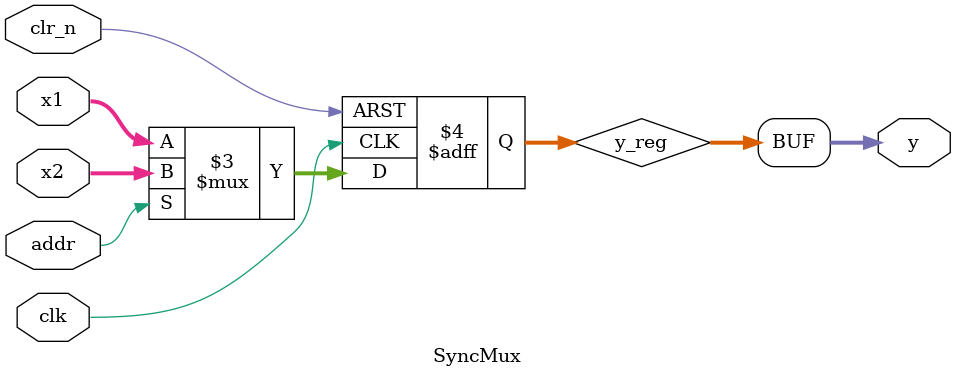
<source format=sv>

`ifndef RANDOMIZE
  `ifdef RANDOMIZE_REG_INIT
    `define RANDOMIZE
  `endif // RANDOMIZE_REG_INIT
`endif // not def RANDOMIZE
`ifndef SYNTHESIS
  `ifndef ENABLE_INITIAL_REG_
    `define ENABLE_INITIAL_REG_
  `endif // not def ENABLE_INITIAL_REG_
`endif // not def SYNTHESIS

// Standard header to adapt well known macros for register randomization.

// RANDOM may be set to an expression that produces a 32-bit random unsigned value.
`ifndef RANDOM
  `define RANDOM $random
`endif // not def RANDOM

// Users can define INIT_RANDOM as general code that gets injected into the
// initializer block for modules with registers.
`ifndef INIT_RANDOM
  `define INIT_RANDOM
`endif // not def INIT_RANDOM

// If using random initialization, you can also define RANDOMIZE_DELAY to
// customize the delay used, otherwise 0.002 is used.
`ifndef RANDOMIZE_DELAY
  `define RANDOMIZE_DELAY 0.002
`endif // not def RANDOMIZE_DELAY

// Define INIT_RANDOM_PROLOG_ for use in our modules below.
`ifndef INIT_RANDOM_PROLOG_
  `ifdef RANDOMIZE
    `ifdef VERILATOR
      `define INIT_RANDOM_PROLOG_ `INIT_RANDOM
    `else  // VERILATOR
      `define INIT_RANDOM_PROLOG_ `INIT_RANDOM #`RANDOMIZE_DELAY begin end
    `endif // VERILATOR
  `else  // RANDOMIZE
    `define INIT_RANDOM_PROLOG_
  `endif // RANDOMIZE
`endif // not def INIT_RANDOM_PROLOG_
module SyncMux(	// src/main/scala/syncMux.scala:4:7
  input         clk,	// src/main/scala/syncMux.scala:5:18
                clr_n,	// src/main/scala/syncMux.scala:6:18
  input  [15:0] x1,	// src/main/scala/syncMux.scala:8:16
                x2,	// src/main/scala/syncMux.scala:9:16
  input         addr,	// src/main/scala/syncMux.scala:10:16
  output [15:0] y	// src/main/scala/syncMux.scala:11:16
);

  wire        _asyncReset_T = ~clr_n;	// src/main/scala/syncMux.scala:13:21
  reg  [15:0] y_reg;	// src/main/scala/syncMux.scala:18:24
  always @(posedge clk or posedge _asyncReset_T) begin	// src/main/scala/syncMux.scala:5:18, :13:21
    if (_asyncReset_T)	// src/main/scala/syncMux.scala:5:18, :13:21
      y_reg <= 16'h0;	// src/main/scala/syncMux.scala:18:24
    else	// src/main/scala/syncMux.scala:5:18
      y_reg <= addr ? x2 : x1;	// src/main/scala/syncMux.scala:17:24, :18:24
  end // always @(posedge, posedge)
  `ifdef ENABLE_INITIAL_REG_	// src/main/scala/syncMux.scala:4:7
    `ifdef FIRRTL_BEFORE_INITIAL	// src/main/scala/syncMux.scala:4:7
      `FIRRTL_BEFORE_INITIAL	// src/main/scala/syncMux.scala:4:7
    `endif // FIRRTL_BEFORE_INITIAL
    initial begin	// src/main/scala/syncMux.scala:4:7
      automatic logic [31:0] _RANDOM[0:0];	// src/main/scala/syncMux.scala:4:7
      `ifdef INIT_RANDOM_PROLOG_	// src/main/scala/syncMux.scala:4:7
        `INIT_RANDOM_PROLOG_	// src/main/scala/syncMux.scala:4:7
      `endif // INIT_RANDOM_PROLOG_
      `ifdef RANDOMIZE_REG_INIT	// src/main/scala/syncMux.scala:4:7
        _RANDOM[/*Zero width*/ 1'b0] = `RANDOM;	// src/main/scala/syncMux.scala:4:7
        y_reg = _RANDOM[/*Zero width*/ 1'b0][15:0];	// src/main/scala/syncMux.scala:4:7, :18:24
      `endif // RANDOMIZE_REG_INIT
      if (_asyncReset_T)	// src/main/scala/syncMux.scala:4:7, :13:21
        y_reg = 16'h0;	// src/main/scala/syncMux.scala:18:24
    end // initial
    `ifdef FIRRTL_AFTER_INITIAL	// src/main/scala/syncMux.scala:4:7
      `FIRRTL_AFTER_INITIAL	// src/main/scala/syncMux.scala:4:7
    `endif // FIRRTL_AFTER_INITIAL
  `endif // ENABLE_INITIAL_REG_
  assign y = y_reg;	// src/main/scala/syncMux.scala:4:7, :18:24
endmodule


</source>
